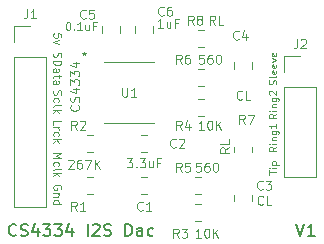
<source format=gbr>
%TF.GenerationSoftware,KiCad,Pcbnew,(6.0.7)*%
%TF.CreationDate,2023-03-18T19:29:26-05:00*%
%TF.ProjectId,CS4334Breakout,43533433-3334-4427-9265-616b6f75742e,rev?*%
%TF.SameCoordinates,Original*%
%TF.FileFunction,Legend,Top*%
%TF.FilePolarity,Positive*%
%FSLAX46Y46*%
G04 Gerber Fmt 4.6, Leading zero omitted, Abs format (unit mm)*
G04 Created by KiCad (PCBNEW (6.0.7)) date 2023-03-18 19:29:26*
%MOMM*%
%LPD*%
G01*
G04 APERTURE LIST*
%ADD10C,0.177800*%
%ADD11C,0.078740*%
%ADD12C,0.088900*%
%ADD13C,0.101600*%
%ADD14C,0.120000*%
G04 APERTURE END LIST*
D10*
X177485523Y-111965619D02*
X177824190Y-112981619D01*
X178162857Y-111965619D01*
X179033714Y-112981619D02*
X178453142Y-112981619D01*
X178743428Y-112981619D02*
X178743428Y-111965619D01*
X178646666Y-112110761D01*
X178549904Y-112207523D01*
X178453142Y-112255904D01*
X153766761Y-112884857D02*
X153718380Y-112933238D01*
X153573238Y-112981619D01*
X153476476Y-112981619D01*
X153331333Y-112933238D01*
X153234571Y-112836476D01*
X153186190Y-112739714D01*
X153137809Y-112546190D01*
X153137809Y-112401047D01*
X153186190Y-112207523D01*
X153234571Y-112110761D01*
X153331333Y-112014000D01*
X153476476Y-111965619D01*
X153573238Y-111965619D01*
X153718380Y-112014000D01*
X153766761Y-112062380D01*
X154153809Y-112933238D02*
X154298952Y-112981619D01*
X154540857Y-112981619D01*
X154637619Y-112933238D01*
X154686000Y-112884857D01*
X154734380Y-112788095D01*
X154734380Y-112691333D01*
X154686000Y-112594571D01*
X154637619Y-112546190D01*
X154540857Y-112497809D01*
X154347333Y-112449428D01*
X154250571Y-112401047D01*
X154202190Y-112352666D01*
X154153809Y-112255904D01*
X154153809Y-112159142D01*
X154202190Y-112062380D01*
X154250571Y-112014000D01*
X154347333Y-111965619D01*
X154589238Y-111965619D01*
X154734380Y-112014000D01*
X155605238Y-112304285D02*
X155605238Y-112981619D01*
X155363333Y-111917238D02*
X155121428Y-112642952D01*
X155750380Y-112642952D01*
X156040666Y-111965619D02*
X156669619Y-111965619D01*
X156330952Y-112352666D01*
X156476095Y-112352666D01*
X156572857Y-112401047D01*
X156621238Y-112449428D01*
X156669619Y-112546190D01*
X156669619Y-112788095D01*
X156621238Y-112884857D01*
X156572857Y-112933238D01*
X156476095Y-112981619D01*
X156185809Y-112981619D01*
X156089047Y-112933238D01*
X156040666Y-112884857D01*
X157008285Y-111965619D02*
X157637238Y-111965619D01*
X157298571Y-112352666D01*
X157443714Y-112352666D01*
X157540476Y-112401047D01*
X157588857Y-112449428D01*
X157637238Y-112546190D01*
X157637238Y-112788095D01*
X157588857Y-112884857D01*
X157540476Y-112933238D01*
X157443714Y-112981619D01*
X157153428Y-112981619D01*
X157056666Y-112933238D01*
X157008285Y-112884857D01*
X158508095Y-112304285D02*
X158508095Y-112981619D01*
X158266190Y-111917238D02*
X158024285Y-112642952D01*
X158653238Y-112642952D01*
X159814380Y-112981619D02*
X159814380Y-111965619D01*
X160249809Y-112062380D02*
X160298190Y-112014000D01*
X160394952Y-111965619D01*
X160636857Y-111965619D01*
X160733619Y-112014000D01*
X160782000Y-112062380D01*
X160830380Y-112159142D01*
X160830380Y-112255904D01*
X160782000Y-112401047D01*
X160201428Y-112981619D01*
X160830380Y-112981619D01*
X161217428Y-112933238D02*
X161362571Y-112981619D01*
X161604476Y-112981619D01*
X161701238Y-112933238D01*
X161749619Y-112884857D01*
X161798000Y-112788095D01*
X161798000Y-112691333D01*
X161749619Y-112594571D01*
X161701238Y-112546190D01*
X161604476Y-112497809D01*
X161410952Y-112449428D01*
X161314190Y-112401047D01*
X161265809Y-112352666D01*
X161217428Y-112255904D01*
X161217428Y-112159142D01*
X161265809Y-112062380D01*
X161314190Y-112014000D01*
X161410952Y-111965619D01*
X161652857Y-111965619D01*
X161798000Y-112014000D01*
X163007523Y-112981619D02*
X163007523Y-111965619D01*
X163249428Y-111965619D01*
X163394571Y-112014000D01*
X163491333Y-112110761D01*
X163539714Y-112207523D01*
X163588095Y-112401047D01*
X163588095Y-112546190D01*
X163539714Y-112739714D01*
X163491333Y-112836476D01*
X163394571Y-112933238D01*
X163249428Y-112981619D01*
X163007523Y-112981619D01*
X164458952Y-112981619D02*
X164458952Y-112449428D01*
X164410571Y-112352666D01*
X164313809Y-112304285D01*
X164120285Y-112304285D01*
X164023523Y-112352666D01*
X164458952Y-112933238D02*
X164362190Y-112981619D01*
X164120285Y-112981619D01*
X164023523Y-112933238D01*
X163975142Y-112836476D01*
X163975142Y-112739714D01*
X164023523Y-112642952D01*
X164120285Y-112594571D01*
X164362190Y-112594571D01*
X164458952Y-112546190D01*
X165378190Y-112933238D02*
X165281428Y-112981619D01*
X165087904Y-112981619D01*
X164991142Y-112933238D01*
X164942761Y-112884857D01*
X164894380Y-112788095D01*
X164894380Y-112497809D01*
X164942761Y-112401047D01*
X164991142Y-112352666D01*
X165087904Y-112304285D01*
X165281428Y-112304285D01*
X165378190Y-112352666D01*
D11*
X175760742Y-100155828D02*
X175789771Y-100068742D01*
X175789771Y-99923600D01*
X175760742Y-99865542D01*
X175731714Y-99836514D01*
X175673657Y-99807485D01*
X175615600Y-99807485D01*
X175557542Y-99836514D01*
X175528514Y-99865542D01*
X175499485Y-99923600D01*
X175470457Y-100039714D01*
X175441428Y-100097771D01*
X175412400Y-100126800D01*
X175354342Y-100155828D01*
X175296285Y-100155828D01*
X175238228Y-100126800D01*
X175209200Y-100097771D01*
X175180171Y-100039714D01*
X175180171Y-99894571D01*
X175209200Y-99807485D01*
X175789771Y-99459142D02*
X175760742Y-99517200D01*
X175702685Y-99546228D01*
X175180171Y-99546228D01*
X175760742Y-98994685D02*
X175789771Y-99052742D01*
X175789771Y-99168857D01*
X175760742Y-99226914D01*
X175702685Y-99255942D01*
X175470457Y-99255942D01*
X175412400Y-99226914D01*
X175383371Y-99168857D01*
X175383371Y-99052742D01*
X175412400Y-98994685D01*
X175470457Y-98965657D01*
X175528514Y-98965657D01*
X175586571Y-99255942D01*
X175760742Y-98472171D02*
X175789771Y-98530228D01*
X175789771Y-98646342D01*
X175760742Y-98704400D01*
X175702685Y-98733428D01*
X175470457Y-98733428D01*
X175412400Y-98704400D01*
X175383371Y-98646342D01*
X175383371Y-98530228D01*
X175412400Y-98472171D01*
X175470457Y-98443142D01*
X175528514Y-98443142D01*
X175586571Y-98733428D01*
X175383371Y-98239942D02*
X175789771Y-98094800D01*
X175383371Y-97949657D01*
X175760742Y-97485200D02*
X175789771Y-97543257D01*
X175789771Y-97659371D01*
X175760742Y-97717428D01*
X175702685Y-97746457D01*
X175470457Y-97746457D01*
X175412400Y-97717428D01*
X175383371Y-97659371D01*
X175383371Y-97543257D01*
X175412400Y-97485200D01*
X175470457Y-97456171D01*
X175528514Y-97456171D01*
X175586571Y-97746457D01*
X175789771Y-102652285D02*
X175499485Y-102855485D01*
X175789771Y-103000628D02*
X175180171Y-103000628D01*
X175180171Y-102768400D01*
X175209200Y-102710342D01*
X175238228Y-102681314D01*
X175296285Y-102652285D01*
X175383371Y-102652285D01*
X175441428Y-102681314D01*
X175470457Y-102710342D01*
X175499485Y-102768400D01*
X175499485Y-103000628D01*
X175789771Y-102391028D02*
X175383371Y-102391028D01*
X175180171Y-102391028D02*
X175209200Y-102420057D01*
X175238228Y-102391028D01*
X175209200Y-102362000D01*
X175180171Y-102391028D01*
X175238228Y-102391028D01*
X175383371Y-102100742D02*
X175789771Y-102100742D01*
X175441428Y-102100742D02*
X175412400Y-102071714D01*
X175383371Y-102013657D01*
X175383371Y-101926571D01*
X175412400Y-101868514D01*
X175470457Y-101839485D01*
X175789771Y-101839485D01*
X175383371Y-101287942D02*
X175876857Y-101287942D01*
X175934914Y-101316971D01*
X175963942Y-101346000D01*
X175992971Y-101404057D01*
X175992971Y-101491142D01*
X175963942Y-101549200D01*
X175760742Y-101287942D02*
X175789771Y-101346000D01*
X175789771Y-101462114D01*
X175760742Y-101520171D01*
X175731714Y-101549200D01*
X175673657Y-101578228D01*
X175499485Y-101578228D01*
X175441428Y-101549200D01*
X175412400Y-101520171D01*
X175383371Y-101462114D01*
X175383371Y-101346000D01*
X175412400Y-101287942D01*
X175238228Y-101026685D02*
X175209200Y-100997657D01*
X175180171Y-100939600D01*
X175180171Y-100794457D01*
X175209200Y-100736400D01*
X175238228Y-100707371D01*
X175296285Y-100678342D01*
X175354342Y-100678342D01*
X175441428Y-100707371D01*
X175789771Y-101055714D01*
X175789771Y-100678342D01*
X175789771Y-105446285D02*
X175499485Y-105649485D01*
X175789771Y-105794628D02*
X175180171Y-105794628D01*
X175180171Y-105562400D01*
X175209200Y-105504342D01*
X175238228Y-105475314D01*
X175296285Y-105446285D01*
X175383371Y-105446285D01*
X175441428Y-105475314D01*
X175470457Y-105504342D01*
X175499485Y-105562400D01*
X175499485Y-105794628D01*
X175789771Y-105185028D02*
X175383371Y-105185028D01*
X175180171Y-105185028D02*
X175209200Y-105214057D01*
X175238228Y-105185028D01*
X175209200Y-105156000D01*
X175180171Y-105185028D01*
X175238228Y-105185028D01*
X175383371Y-104894742D02*
X175789771Y-104894742D01*
X175441428Y-104894742D02*
X175412400Y-104865714D01*
X175383371Y-104807657D01*
X175383371Y-104720571D01*
X175412400Y-104662514D01*
X175470457Y-104633485D01*
X175789771Y-104633485D01*
X175383371Y-104081942D02*
X175876857Y-104081942D01*
X175934914Y-104110971D01*
X175963942Y-104140000D01*
X175992971Y-104198057D01*
X175992971Y-104285142D01*
X175963942Y-104343200D01*
X175760742Y-104081942D02*
X175789771Y-104140000D01*
X175789771Y-104256114D01*
X175760742Y-104314171D01*
X175731714Y-104343200D01*
X175673657Y-104372228D01*
X175499485Y-104372228D01*
X175441428Y-104343200D01*
X175412400Y-104314171D01*
X175383371Y-104256114D01*
X175383371Y-104140000D01*
X175412400Y-104081942D01*
X175789771Y-103472342D02*
X175789771Y-103820685D01*
X175789771Y-103646514D02*
X175180171Y-103646514D01*
X175267257Y-103704571D01*
X175325314Y-103762628D01*
X175354342Y-103820685D01*
X175180171Y-107783085D02*
X175180171Y-107434742D01*
X175789771Y-107608914D02*
X175180171Y-107608914D01*
X175789771Y-107231542D02*
X175383371Y-107231542D01*
X175180171Y-107231542D02*
X175209200Y-107260571D01*
X175238228Y-107231542D01*
X175209200Y-107202514D01*
X175180171Y-107231542D01*
X175238228Y-107231542D01*
X175383371Y-106941257D02*
X175992971Y-106941257D01*
X175412400Y-106941257D02*
X175383371Y-106883200D01*
X175383371Y-106767085D01*
X175412400Y-106709028D01*
X175441428Y-106680000D01*
X175499485Y-106650971D01*
X175673657Y-106650971D01*
X175731714Y-106680000D01*
X175760742Y-106709028D01*
X175789771Y-106767085D01*
X175789771Y-106883200D01*
X175760742Y-106941257D01*
D12*
X157568900Y-109033128D02*
X157601557Y-108967814D01*
X157601557Y-108869842D01*
X157568900Y-108771871D01*
X157503585Y-108706557D01*
X157438271Y-108673900D01*
X157307642Y-108641242D01*
X157209671Y-108641242D01*
X157079042Y-108673900D01*
X157013728Y-108706557D01*
X156948414Y-108771871D01*
X156915757Y-108869842D01*
X156915757Y-108935157D01*
X156948414Y-109033128D01*
X156981071Y-109065785D01*
X157209671Y-109065785D01*
X157209671Y-108935157D01*
X157372957Y-109359700D02*
X156915757Y-109359700D01*
X157307642Y-109359700D02*
X157340300Y-109392357D01*
X157372957Y-109457671D01*
X157372957Y-109555642D01*
X157340300Y-109620957D01*
X157274985Y-109653614D01*
X156915757Y-109653614D01*
X156915757Y-110274100D02*
X157601557Y-110274100D01*
X156948414Y-110274100D02*
X156915757Y-110208785D01*
X156915757Y-110078157D01*
X156948414Y-110012842D01*
X156981071Y-109980185D01*
X157046385Y-109947528D01*
X157242328Y-109947528D01*
X157307642Y-109980185D01*
X157340300Y-110012842D01*
X157372957Y-110078157D01*
X157372957Y-110208785D01*
X157340300Y-110274100D01*
X156915757Y-105954285D02*
X157601557Y-105954285D01*
X157111700Y-106182885D01*
X157601557Y-106411485D01*
X156915757Y-106411485D01*
X156948414Y-107031971D02*
X156915757Y-106966657D01*
X156915757Y-106836028D01*
X156948414Y-106770714D01*
X156981071Y-106738057D01*
X157046385Y-106705400D01*
X157242328Y-106705400D01*
X157307642Y-106738057D01*
X157340300Y-106770714D01*
X157372957Y-106836028D01*
X157372957Y-106966657D01*
X157340300Y-107031971D01*
X156915757Y-107423857D02*
X156948414Y-107358542D01*
X157013728Y-107325885D01*
X157601557Y-107325885D01*
X156915757Y-107685114D02*
X157601557Y-107685114D01*
X157177014Y-107750428D02*
X156915757Y-107946371D01*
X157372957Y-107946371D02*
X157111700Y-107685114D01*
X156915757Y-103568500D02*
X156915757Y-103241928D01*
X157601557Y-103241928D01*
X156915757Y-103797100D02*
X157372957Y-103797100D01*
X157242328Y-103797100D02*
X157307642Y-103829757D01*
X157340300Y-103862414D01*
X157372957Y-103927728D01*
X157372957Y-103993042D01*
X156948414Y-104515557D02*
X156915757Y-104450242D01*
X156915757Y-104319614D01*
X156948414Y-104254300D01*
X156981071Y-104221642D01*
X157046385Y-104188985D01*
X157242328Y-104188985D01*
X157307642Y-104221642D01*
X157340300Y-104254300D01*
X157372957Y-104319614D01*
X157372957Y-104450242D01*
X157340300Y-104515557D01*
X156915757Y-104809471D02*
X157601557Y-104809471D01*
X157177014Y-104874785D02*
X156915757Y-105070728D01*
X157372957Y-105070728D02*
X157111700Y-104809471D01*
X156948414Y-100652942D02*
X156915757Y-100750914D01*
X156915757Y-100914200D01*
X156948414Y-100979514D01*
X156981071Y-101012171D01*
X157046385Y-101044828D01*
X157111700Y-101044828D01*
X157177014Y-101012171D01*
X157209671Y-100979514D01*
X157242328Y-100914200D01*
X157274985Y-100783571D01*
X157307642Y-100718257D01*
X157340300Y-100685600D01*
X157405614Y-100652942D01*
X157470928Y-100652942D01*
X157536242Y-100685600D01*
X157568900Y-100718257D01*
X157601557Y-100783571D01*
X157601557Y-100946857D01*
X157568900Y-101044828D01*
X156948414Y-101632657D02*
X156915757Y-101567342D01*
X156915757Y-101436714D01*
X156948414Y-101371400D01*
X156981071Y-101338742D01*
X157046385Y-101306085D01*
X157242328Y-101306085D01*
X157307642Y-101338742D01*
X157340300Y-101371400D01*
X157372957Y-101436714D01*
X157372957Y-101567342D01*
X157340300Y-101632657D01*
X156915757Y-102024542D02*
X156948414Y-101959228D01*
X157013728Y-101926571D01*
X157601557Y-101926571D01*
X156915757Y-102285800D02*
X157601557Y-102285800D01*
X157177014Y-102351114D02*
X156915757Y-102547057D01*
X157372957Y-102547057D02*
X157111700Y-102285800D01*
X156948414Y-97450728D02*
X156915757Y-97548700D01*
X156915757Y-97711985D01*
X156948414Y-97777300D01*
X156981071Y-97809957D01*
X157046385Y-97842614D01*
X157111700Y-97842614D01*
X157177014Y-97809957D01*
X157209671Y-97777300D01*
X157242328Y-97711985D01*
X157274985Y-97581357D01*
X157307642Y-97516042D01*
X157340300Y-97483385D01*
X157405614Y-97450728D01*
X157470928Y-97450728D01*
X157536242Y-97483385D01*
X157568900Y-97516042D01*
X157601557Y-97581357D01*
X157601557Y-97744642D01*
X157568900Y-97842614D01*
X156915757Y-98136528D02*
X157601557Y-98136528D01*
X157601557Y-98299814D01*
X157568900Y-98397785D01*
X157503585Y-98463100D01*
X157438271Y-98495757D01*
X157307642Y-98528414D01*
X157209671Y-98528414D01*
X157079042Y-98495757D01*
X157013728Y-98463100D01*
X156948414Y-98397785D01*
X156915757Y-98299814D01*
X156915757Y-98136528D01*
X156915757Y-99116242D02*
X157274985Y-99116242D01*
X157340300Y-99083585D01*
X157372957Y-99018271D01*
X157372957Y-98887642D01*
X157340300Y-98822328D01*
X156948414Y-99116242D02*
X156915757Y-99050928D01*
X156915757Y-98887642D01*
X156948414Y-98822328D01*
X157013728Y-98789671D01*
X157079042Y-98789671D01*
X157144357Y-98822328D01*
X157177014Y-98887642D01*
X157177014Y-99050928D01*
X157209671Y-99116242D01*
X157372957Y-99344842D02*
X157372957Y-99606100D01*
X157601557Y-99442814D02*
X157013728Y-99442814D01*
X156948414Y-99475471D01*
X156915757Y-99540785D01*
X156915757Y-99606100D01*
X156915757Y-100128614D02*
X157274985Y-100128614D01*
X157340300Y-100095957D01*
X157372957Y-100030642D01*
X157372957Y-99900014D01*
X157340300Y-99834700D01*
X156948414Y-100128614D02*
X156915757Y-100063300D01*
X156915757Y-99900014D01*
X156948414Y-99834700D01*
X157013728Y-99802042D01*
X157079042Y-99802042D01*
X157144357Y-99834700D01*
X157177014Y-99900014D01*
X157177014Y-100063300D01*
X157209671Y-100128614D01*
X157601557Y-96168028D02*
X157601557Y-95841457D01*
X157274985Y-95808800D01*
X157307642Y-95841457D01*
X157340300Y-95906771D01*
X157340300Y-96070057D01*
X157307642Y-96135371D01*
X157274985Y-96168028D01*
X157209671Y-96200685D01*
X157046385Y-96200685D01*
X156981071Y-96168028D01*
X156948414Y-96135371D01*
X156915757Y-96070057D01*
X156915757Y-95906771D01*
X156948414Y-95841457D01*
X156981071Y-95808800D01*
X157372957Y-96429285D02*
X156915757Y-96592571D01*
X157372957Y-96755857D01*
D13*
%TO.C,U1*%
X162741428Y-100420714D02*
X162741428Y-101037571D01*
X162777714Y-101110142D01*
X162814000Y-101146428D01*
X162886571Y-101182714D01*
X163031714Y-101182714D01*
X163104285Y-101146428D01*
X163140571Y-101110142D01*
X163176857Y-101037571D01*
X163176857Y-100420714D01*
X163938857Y-101182714D02*
X163503428Y-101182714D01*
X163721142Y-101182714D02*
X163721142Y-100420714D01*
X163648571Y-100529571D01*
X163576000Y-100602142D01*
X163503428Y-100638428D01*
X159022142Y-101908428D02*
X159058428Y-101944714D01*
X159094714Y-102053571D01*
X159094714Y-102126142D01*
X159058428Y-102235000D01*
X158985857Y-102307571D01*
X158913285Y-102343857D01*
X158768142Y-102380142D01*
X158659285Y-102380142D01*
X158514142Y-102343857D01*
X158441571Y-102307571D01*
X158369000Y-102235000D01*
X158332714Y-102126142D01*
X158332714Y-102053571D01*
X158369000Y-101944714D01*
X158405285Y-101908428D01*
X159058428Y-101618142D02*
X159094714Y-101509285D01*
X159094714Y-101327857D01*
X159058428Y-101255285D01*
X159022142Y-101219000D01*
X158949571Y-101182714D01*
X158877000Y-101182714D01*
X158804428Y-101219000D01*
X158768142Y-101255285D01*
X158731857Y-101327857D01*
X158695571Y-101473000D01*
X158659285Y-101545571D01*
X158623000Y-101581857D01*
X158550428Y-101618142D01*
X158477857Y-101618142D01*
X158405285Y-101581857D01*
X158369000Y-101545571D01*
X158332714Y-101473000D01*
X158332714Y-101291571D01*
X158369000Y-101182714D01*
X158586714Y-100529571D02*
X159094714Y-100529571D01*
X158296428Y-100711000D02*
X158840714Y-100892428D01*
X158840714Y-100420714D01*
X158332714Y-100203000D02*
X158332714Y-99731285D01*
X158623000Y-99985285D01*
X158623000Y-99876428D01*
X158659285Y-99803857D01*
X158695571Y-99767571D01*
X158768142Y-99731285D01*
X158949571Y-99731285D01*
X159022142Y-99767571D01*
X159058428Y-99803857D01*
X159094714Y-99876428D01*
X159094714Y-100094142D01*
X159058428Y-100166714D01*
X159022142Y-100203000D01*
X158332714Y-99477285D02*
X158332714Y-99005571D01*
X158623000Y-99259571D01*
X158623000Y-99150714D01*
X158659285Y-99078142D01*
X158695571Y-99041857D01*
X158768142Y-99005571D01*
X158949571Y-99005571D01*
X159022142Y-99041857D01*
X159058428Y-99078142D01*
X159094714Y-99150714D01*
X159094714Y-99368428D01*
X159058428Y-99441000D01*
X159022142Y-99477285D01*
X158586714Y-98352428D02*
X159094714Y-98352428D01*
X158296428Y-98533857D02*
X158840714Y-98715285D01*
X158840714Y-98243571D01*
X159512000Y-97372714D02*
X159512000Y-97554142D01*
X159330571Y-97481571D02*
X159512000Y-97554142D01*
X159693428Y-97481571D01*
X159403142Y-97699285D02*
X159512000Y-97554142D01*
X159620857Y-97699285D01*
X159512000Y-97372714D02*
X159512000Y-97554142D01*
X159330571Y-97481571D02*
X159512000Y-97554142D01*
X159693428Y-97481571D01*
X159403142Y-97699285D02*
X159512000Y-97554142D01*
X159620857Y-97699285D01*
%TO.C,R8*%
X168783000Y-95086714D02*
X168529000Y-94723857D01*
X168347571Y-95086714D02*
X168347571Y-94324714D01*
X168637857Y-94324714D01*
X168710428Y-94361000D01*
X168746714Y-94397285D01*
X168783000Y-94469857D01*
X168783000Y-94578714D01*
X168746714Y-94651285D01*
X168710428Y-94687571D01*
X168637857Y-94723857D01*
X168347571Y-94723857D01*
X169218428Y-94651285D02*
X169145857Y-94615000D01*
X169109571Y-94578714D01*
X169073285Y-94506142D01*
X169073285Y-94469857D01*
X169109571Y-94397285D01*
X169145857Y-94361000D01*
X169218428Y-94324714D01*
X169363571Y-94324714D01*
X169436142Y-94361000D01*
X169472428Y-94397285D01*
X169508714Y-94469857D01*
X169508714Y-94506142D01*
X169472428Y-94578714D01*
X169436142Y-94615000D01*
X169363571Y-94651285D01*
X169218428Y-94651285D01*
X169145857Y-94687571D01*
X169109571Y-94723857D01*
X169073285Y-94796428D01*
X169073285Y-94941571D01*
X169109571Y-95014142D01*
X169145857Y-95050428D01*
X169218428Y-95086714D01*
X169363571Y-95086714D01*
X169436142Y-95050428D01*
X169472428Y-95014142D01*
X169508714Y-94941571D01*
X169508714Y-94796428D01*
X169472428Y-94723857D01*
X169436142Y-94687571D01*
X169363571Y-94651285D01*
X170615428Y-95086714D02*
X170361428Y-94723857D01*
X170180000Y-95086714D02*
X170180000Y-94324714D01*
X170470285Y-94324714D01*
X170542857Y-94361000D01*
X170579142Y-94397285D01*
X170615428Y-94469857D01*
X170615428Y-94578714D01*
X170579142Y-94651285D01*
X170542857Y-94687571D01*
X170470285Y-94723857D01*
X170180000Y-94723857D01*
X171304857Y-95086714D02*
X170942000Y-95086714D01*
X170942000Y-94324714D01*
%TO.C,R7*%
X173101000Y-103468714D02*
X172847000Y-103105857D01*
X172665571Y-103468714D02*
X172665571Y-102706714D01*
X172955857Y-102706714D01*
X173028428Y-102743000D01*
X173064714Y-102779285D01*
X173101000Y-102851857D01*
X173101000Y-102960714D01*
X173064714Y-103033285D01*
X173028428Y-103069571D01*
X172955857Y-103105857D01*
X172665571Y-103105857D01*
X173355000Y-102706714D02*
X173863000Y-102706714D01*
X173536428Y-103468714D01*
X171794714Y-105482571D02*
X171431857Y-105736571D01*
X171794714Y-105918000D02*
X171032714Y-105918000D01*
X171032714Y-105627714D01*
X171069000Y-105555142D01*
X171105285Y-105518857D01*
X171177857Y-105482571D01*
X171286714Y-105482571D01*
X171359285Y-105518857D01*
X171395571Y-105555142D01*
X171431857Y-105627714D01*
X171431857Y-105918000D01*
X171794714Y-104793142D02*
X171794714Y-105156000D01*
X171032714Y-105156000D01*
%TO.C,R6*%
X167767000Y-98388714D02*
X167513000Y-98025857D01*
X167331571Y-98388714D02*
X167331571Y-97626714D01*
X167621857Y-97626714D01*
X167694428Y-97663000D01*
X167730714Y-97699285D01*
X167767000Y-97771857D01*
X167767000Y-97880714D01*
X167730714Y-97953285D01*
X167694428Y-97989571D01*
X167621857Y-98025857D01*
X167331571Y-98025857D01*
X168420142Y-97626714D02*
X168275000Y-97626714D01*
X168202428Y-97663000D01*
X168166142Y-97699285D01*
X168093571Y-97808142D01*
X168057285Y-97953285D01*
X168057285Y-98243571D01*
X168093571Y-98316142D01*
X168129857Y-98352428D01*
X168202428Y-98388714D01*
X168347571Y-98388714D01*
X168420142Y-98352428D01*
X168456428Y-98316142D01*
X168492714Y-98243571D01*
X168492714Y-98062142D01*
X168456428Y-97989571D01*
X168420142Y-97953285D01*
X168347571Y-97917000D01*
X168202428Y-97917000D01*
X168129857Y-97953285D01*
X168093571Y-97989571D01*
X168057285Y-98062142D01*
X169635714Y-97626714D02*
X169272857Y-97626714D01*
X169236571Y-97989571D01*
X169272857Y-97953285D01*
X169345428Y-97917000D01*
X169526857Y-97917000D01*
X169599428Y-97953285D01*
X169635714Y-97989571D01*
X169672000Y-98062142D01*
X169672000Y-98243571D01*
X169635714Y-98316142D01*
X169599428Y-98352428D01*
X169526857Y-98388714D01*
X169345428Y-98388714D01*
X169272857Y-98352428D01*
X169236571Y-98316142D01*
X170325142Y-97626714D02*
X170180000Y-97626714D01*
X170107428Y-97663000D01*
X170071142Y-97699285D01*
X169998571Y-97808142D01*
X169962285Y-97953285D01*
X169962285Y-98243571D01*
X169998571Y-98316142D01*
X170034857Y-98352428D01*
X170107428Y-98388714D01*
X170252571Y-98388714D01*
X170325142Y-98352428D01*
X170361428Y-98316142D01*
X170397714Y-98243571D01*
X170397714Y-98062142D01*
X170361428Y-97989571D01*
X170325142Y-97953285D01*
X170252571Y-97917000D01*
X170107428Y-97917000D01*
X170034857Y-97953285D01*
X169998571Y-97989571D01*
X169962285Y-98062142D01*
X170869428Y-97626714D02*
X170942000Y-97626714D01*
X171014571Y-97663000D01*
X171050857Y-97699285D01*
X171087142Y-97771857D01*
X171123428Y-97917000D01*
X171123428Y-98098428D01*
X171087142Y-98243571D01*
X171050857Y-98316142D01*
X171014571Y-98352428D01*
X170942000Y-98388714D01*
X170869428Y-98388714D01*
X170796857Y-98352428D01*
X170760571Y-98316142D01*
X170724285Y-98243571D01*
X170688000Y-98098428D01*
X170688000Y-97917000D01*
X170724285Y-97771857D01*
X170760571Y-97699285D01*
X170796857Y-97663000D01*
X170869428Y-97626714D01*
%TO.C,R5*%
X167767000Y-107532714D02*
X167513000Y-107169857D01*
X167331571Y-107532714D02*
X167331571Y-106770714D01*
X167621857Y-106770714D01*
X167694428Y-106807000D01*
X167730714Y-106843285D01*
X167767000Y-106915857D01*
X167767000Y-107024714D01*
X167730714Y-107097285D01*
X167694428Y-107133571D01*
X167621857Y-107169857D01*
X167331571Y-107169857D01*
X168456428Y-106770714D02*
X168093571Y-106770714D01*
X168057285Y-107133571D01*
X168093571Y-107097285D01*
X168166142Y-107061000D01*
X168347571Y-107061000D01*
X168420142Y-107097285D01*
X168456428Y-107133571D01*
X168492714Y-107206142D01*
X168492714Y-107387571D01*
X168456428Y-107460142D01*
X168420142Y-107496428D01*
X168347571Y-107532714D01*
X168166142Y-107532714D01*
X168093571Y-107496428D01*
X168057285Y-107460142D01*
X169381714Y-106770714D02*
X169018857Y-106770714D01*
X168982571Y-107133571D01*
X169018857Y-107097285D01*
X169091428Y-107061000D01*
X169272857Y-107061000D01*
X169345428Y-107097285D01*
X169381714Y-107133571D01*
X169418000Y-107206142D01*
X169418000Y-107387571D01*
X169381714Y-107460142D01*
X169345428Y-107496428D01*
X169272857Y-107532714D01*
X169091428Y-107532714D01*
X169018857Y-107496428D01*
X168982571Y-107460142D01*
X170071142Y-106770714D02*
X169926000Y-106770714D01*
X169853428Y-106807000D01*
X169817142Y-106843285D01*
X169744571Y-106952142D01*
X169708285Y-107097285D01*
X169708285Y-107387571D01*
X169744571Y-107460142D01*
X169780857Y-107496428D01*
X169853428Y-107532714D01*
X169998571Y-107532714D01*
X170071142Y-107496428D01*
X170107428Y-107460142D01*
X170143714Y-107387571D01*
X170143714Y-107206142D01*
X170107428Y-107133571D01*
X170071142Y-107097285D01*
X169998571Y-107061000D01*
X169853428Y-107061000D01*
X169780857Y-107097285D01*
X169744571Y-107133571D01*
X169708285Y-107206142D01*
X170615428Y-106770714D02*
X170688000Y-106770714D01*
X170760571Y-106807000D01*
X170796857Y-106843285D01*
X170833142Y-106915857D01*
X170869428Y-107061000D01*
X170869428Y-107242428D01*
X170833142Y-107387571D01*
X170796857Y-107460142D01*
X170760571Y-107496428D01*
X170688000Y-107532714D01*
X170615428Y-107532714D01*
X170542857Y-107496428D01*
X170506571Y-107460142D01*
X170470285Y-107387571D01*
X170434000Y-107242428D01*
X170434000Y-107061000D01*
X170470285Y-106915857D01*
X170506571Y-106843285D01*
X170542857Y-106807000D01*
X170615428Y-106770714D01*
%TO.C,R4*%
X167767000Y-103976714D02*
X167513000Y-103613857D01*
X167331571Y-103976714D02*
X167331571Y-103214714D01*
X167621857Y-103214714D01*
X167694428Y-103251000D01*
X167730714Y-103287285D01*
X167767000Y-103359857D01*
X167767000Y-103468714D01*
X167730714Y-103541285D01*
X167694428Y-103577571D01*
X167621857Y-103613857D01*
X167331571Y-103613857D01*
X168420142Y-103468714D02*
X168420142Y-103976714D01*
X168238714Y-103178428D02*
X168057285Y-103722714D01*
X168529000Y-103722714D01*
X169653857Y-103976714D02*
X169218428Y-103976714D01*
X169436142Y-103976714D02*
X169436142Y-103214714D01*
X169363571Y-103323571D01*
X169291000Y-103396142D01*
X169218428Y-103432428D01*
X170125571Y-103214714D02*
X170198142Y-103214714D01*
X170270714Y-103251000D01*
X170307000Y-103287285D01*
X170343285Y-103359857D01*
X170379571Y-103505000D01*
X170379571Y-103686428D01*
X170343285Y-103831571D01*
X170307000Y-103904142D01*
X170270714Y-103940428D01*
X170198142Y-103976714D01*
X170125571Y-103976714D01*
X170053000Y-103940428D01*
X170016714Y-103904142D01*
X169980428Y-103831571D01*
X169944142Y-103686428D01*
X169944142Y-103505000D01*
X169980428Y-103359857D01*
X170016714Y-103287285D01*
X170053000Y-103251000D01*
X170125571Y-103214714D01*
X170706142Y-103976714D02*
X170706142Y-103214714D01*
X171141571Y-103976714D02*
X170815000Y-103541285D01*
X171141571Y-103214714D02*
X170706142Y-103650142D01*
%TO.C,R3*%
X167513000Y-113120714D02*
X167259000Y-112757857D01*
X167077571Y-113120714D02*
X167077571Y-112358714D01*
X167367857Y-112358714D01*
X167440428Y-112395000D01*
X167476714Y-112431285D01*
X167513000Y-112503857D01*
X167513000Y-112612714D01*
X167476714Y-112685285D01*
X167440428Y-112721571D01*
X167367857Y-112757857D01*
X167077571Y-112757857D01*
X167767000Y-112358714D02*
X168238714Y-112358714D01*
X167984714Y-112649000D01*
X168093571Y-112649000D01*
X168166142Y-112685285D01*
X168202428Y-112721571D01*
X168238714Y-112794142D01*
X168238714Y-112975571D01*
X168202428Y-113048142D01*
X168166142Y-113084428D01*
X168093571Y-113120714D01*
X167875857Y-113120714D01*
X167803285Y-113084428D01*
X167767000Y-113048142D01*
X169399857Y-113120714D02*
X168964428Y-113120714D01*
X169182142Y-113120714D02*
X169182142Y-112358714D01*
X169109571Y-112467571D01*
X169037000Y-112540142D01*
X168964428Y-112576428D01*
X169871571Y-112358714D02*
X169944142Y-112358714D01*
X170016714Y-112395000D01*
X170053000Y-112431285D01*
X170089285Y-112503857D01*
X170125571Y-112649000D01*
X170125571Y-112830428D01*
X170089285Y-112975571D01*
X170053000Y-113048142D01*
X170016714Y-113084428D01*
X169944142Y-113120714D01*
X169871571Y-113120714D01*
X169799000Y-113084428D01*
X169762714Y-113048142D01*
X169726428Y-112975571D01*
X169690142Y-112830428D01*
X169690142Y-112649000D01*
X169726428Y-112503857D01*
X169762714Y-112431285D01*
X169799000Y-112395000D01*
X169871571Y-112358714D01*
X170452142Y-113120714D02*
X170452142Y-112358714D01*
X170887571Y-113120714D02*
X170561000Y-112685285D01*
X170887571Y-112358714D02*
X170452142Y-112794142D01*
%TO.C,R2*%
X158877000Y-103976714D02*
X158623000Y-103613857D01*
X158441571Y-103976714D02*
X158441571Y-103214714D01*
X158731857Y-103214714D01*
X158804428Y-103251000D01*
X158840714Y-103287285D01*
X158877000Y-103359857D01*
X158877000Y-103468714D01*
X158840714Y-103541285D01*
X158804428Y-103577571D01*
X158731857Y-103613857D01*
X158441571Y-103613857D01*
X159167285Y-103287285D02*
X159203571Y-103251000D01*
X159276142Y-103214714D01*
X159457571Y-103214714D01*
X159530142Y-103251000D01*
X159566428Y-103287285D01*
X159602714Y-103359857D01*
X159602714Y-103432428D01*
X159566428Y-103541285D01*
X159131000Y-103976714D01*
X159602714Y-103976714D01*
%TO.C,R1*%
X158877000Y-110834714D02*
X158623000Y-110471857D01*
X158441571Y-110834714D02*
X158441571Y-110072714D01*
X158731857Y-110072714D01*
X158804428Y-110109000D01*
X158840714Y-110145285D01*
X158877000Y-110217857D01*
X158877000Y-110326714D01*
X158840714Y-110399285D01*
X158804428Y-110435571D01*
X158731857Y-110471857D01*
X158441571Y-110471857D01*
X159602714Y-110834714D02*
X159167285Y-110834714D01*
X159385000Y-110834714D02*
X159385000Y-110072714D01*
X159312428Y-110181571D01*
X159239857Y-110254142D01*
X159167285Y-110290428D01*
X158187571Y-106589285D02*
X158223857Y-106553000D01*
X158296428Y-106516714D01*
X158477857Y-106516714D01*
X158550428Y-106553000D01*
X158586714Y-106589285D01*
X158623000Y-106661857D01*
X158623000Y-106734428D01*
X158586714Y-106843285D01*
X158151285Y-107278714D01*
X158623000Y-107278714D01*
X159276142Y-106516714D02*
X159131000Y-106516714D01*
X159058428Y-106553000D01*
X159022142Y-106589285D01*
X158949571Y-106698142D01*
X158913285Y-106843285D01*
X158913285Y-107133571D01*
X158949571Y-107206142D01*
X158985857Y-107242428D01*
X159058428Y-107278714D01*
X159203571Y-107278714D01*
X159276142Y-107242428D01*
X159312428Y-107206142D01*
X159348714Y-107133571D01*
X159348714Y-106952142D01*
X159312428Y-106879571D01*
X159276142Y-106843285D01*
X159203571Y-106807000D01*
X159058428Y-106807000D01*
X158985857Y-106843285D01*
X158949571Y-106879571D01*
X158913285Y-106952142D01*
X159602714Y-106516714D02*
X160110714Y-106516714D01*
X159784142Y-107278714D01*
X160401000Y-107278714D02*
X160401000Y-106516714D01*
X160836428Y-107278714D02*
X160509857Y-106843285D01*
X160836428Y-106516714D02*
X160401000Y-106952142D01*
%TO.C,J2*%
X177546000Y-96312714D02*
X177546000Y-96857000D01*
X177509714Y-96965857D01*
X177437142Y-97038428D01*
X177328285Y-97074714D01*
X177255714Y-97074714D01*
X177872571Y-96385285D02*
X177908857Y-96349000D01*
X177981428Y-96312714D01*
X178162857Y-96312714D01*
X178235428Y-96349000D01*
X178271714Y-96385285D01*
X178308000Y-96457857D01*
X178308000Y-96530428D01*
X178271714Y-96639285D01*
X177836285Y-97074714D01*
X178308000Y-97074714D01*
%TO.C,J1*%
X154686000Y-93772714D02*
X154686000Y-94317000D01*
X154649714Y-94425857D01*
X154577142Y-94498428D01*
X154468285Y-94534714D01*
X154395714Y-94534714D01*
X155448000Y-94534714D02*
X155012571Y-94534714D01*
X155230285Y-94534714D02*
X155230285Y-93772714D01*
X155157714Y-93881571D01*
X155085142Y-93954142D01*
X155012571Y-93990428D01*
%TO.C,C6*%
X166243000Y-94252142D02*
X166206714Y-94288428D01*
X166097857Y-94324714D01*
X166025285Y-94324714D01*
X165916428Y-94288428D01*
X165843857Y-94215857D01*
X165807571Y-94143285D01*
X165771285Y-93998142D01*
X165771285Y-93889285D01*
X165807571Y-93744142D01*
X165843857Y-93671571D01*
X165916428Y-93599000D01*
X166025285Y-93562714D01*
X166097857Y-93562714D01*
X166206714Y-93599000D01*
X166243000Y-93635285D01*
X166896142Y-93562714D02*
X166751000Y-93562714D01*
X166678428Y-93599000D01*
X166642142Y-93635285D01*
X166569571Y-93744142D01*
X166533285Y-93889285D01*
X166533285Y-94179571D01*
X166569571Y-94252142D01*
X166605857Y-94288428D01*
X166678428Y-94324714D01*
X166823571Y-94324714D01*
X166896142Y-94288428D01*
X166932428Y-94252142D01*
X166968714Y-94179571D01*
X166968714Y-93998142D01*
X166932428Y-93925571D01*
X166896142Y-93889285D01*
X166823571Y-93853000D01*
X166678428Y-93853000D01*
X166605857Y-93889285D01*
X166569571Y-93925571D01*
X166533285Y-93998142D01*
X166170428Y-95340714D02*
X165735000Y-95340714D01*
X165952714Y-95340714D02*
X165952714Y-94578714D01*
X165880142Y-94687571D01*
X165807571Y-94760142D01*
X165735000Y-94796428D01*
X166823571Y-94832714D02*
X166823571Y-95340714D01*
X166497000Y-94832714D02*
X166497000Y-95231857D01*
X166533285Y-95304428D01*
X166605857Y-95340714D01*
X166714714Y-95340714D01*
X166787285Y-95304428D01*
X166823571Y-95268142D01*
X167440428Y-94941571D02*
X167186428Y-94941571D01*
X167186428Y-95340714D02*
X167186428Y-94578714D01*
X167549285Y-94578714D01*
%TO.C,C5*%
X159639000Y-94506142D02*
X159602714Y-94542428D01*
X159493857Y-94578714D01*
X159421285Y-94578714D01*
X159312428Y-94542428D01*
X159239857Y-94469857D01*
X159203571Y-94397285D01*
X159167285Y-94252142D01*
X159167285Y-94143285D01*
X159203571Y-93998142D01*
X159239857Y-93925571D01*
X159312428Y-93853000D01*
X159421285Y-93816714D01*
X159493857Y-93816714D01*
X159602714Y-93853000D01*
X159639000Y-93889285D01*
X160328428Y-93816714D02*
X159965571Y-93816714D01*
X159929285Y-94179571D01*
X159965571Y-94143285D01*
X160038142Y-94107000D01*
X160219571Y-94107000D01*
X160292142Y-94143285D01*
X160328428Y-94179571D01*
X160364714Y-94252142D01*
X160364714Y-94433571D01*
X160328428Y-94506142D01*
X160292142Y-94542428D01*
X160219571Y-94578714D01*
X160038142Y-94578714D01*
X159965571Y-94542428D01*
X159929285Y-94506142D01*
D12*
X158131328Y-94874442D02*
X158196642Y-94874442D01*
X158261957Y-94907100D01*
X158294614Y-94939757D01*
X158327271Y-95005071D01*
X158359928Y-95135700D01*
X158359928Y-95298985D01*
X158327271Y-95429614D01*
X158294614Y-95494928D01*
X158261957Y-95527585D01*
X158196642Y-95560242D01*
X158131328Y-95560242D01*
X158066014Y-95527585D01*
X158033357Y-95494928D01*
X158000700Y-95429614D01*
X157968042Y-95298985D01*
X157968042Y-95135700D01*
X158000700Y-95005071D01*
X158033357Y-94939757D01*
X158066014Y-94907100D01*
X158131328Y-94874442D01*
X158653842Y-95494928D02*
X158686500Y-95527585D01*
X158653842Y-95560242D01*
X158621185Y-95527585D01*
X158653842Y-95494928D01*
X158653842Y-95560242D01*
X159339642Y-95560242D02*
X158947757Y-95560242D01*
X159143700Y-95560242D02*
X159143700Y-94874442D01*
X159078385Y-94972414D01*
X159013071Y-95037728D01*
X158947757Y-95070385D01*
X159927471Y-95103042D02*
X159927471Y-95560242D01*
X159633557Y-95103042D02*
X159633557Y-95462271D01*
X159666214Y-95527585D01*
X159731528Y-95560242D01*
X159829500Y-95560242D01*
X159894814Y-95527585D01*
X159927471Y-95494928D01*
X160482642Y-95201014D02*
X160254042Y-95201014D01*
X160254042Y-95560242D02*
X160254042Y-94874442D01*
X160580614Y-94874442D01*
D13*
%TO.C,C4*%
X172593000Y-96284142D02*
X172556714Y-96320428D01*
X172447857Y-96356714D01*
X172375285Y-96356714D01*
X172266428Y-96320428D01*
X172193857Y-96247857D01*
X172157571Y-96175285D01*
X172121285Y-96030142D01*
X172121285Y-95921285D01*
X172157571Y-95776142D01*
X172193857Y-95703571D01*
X172266428Y-95631000D01*
X172375285Y-95594714D01*
X172447857Y-95594714D01*
X172556714Y-95631000D01*
X172593000Y-95667285D01*
X173246142Y-95848714D02*
X173246142Y-96356714D01*
X173064714Y-95558428D02*
X172883285Y-96102714D01*
X173355000Y-96102714D01*
X172901428Y-101364142D02*
X172865142Y-101400428D01*
X172756285Y-101436714D01*
X172683714Y-101436714D01*
X172574857Y-101400428D01*
X172502285Y-101327857D01*
X172466000Y-101255285D01*
X172429714Y-101110142D01*
X172429714Y-101001285D01*
X172466000Y-100856142D01*
X172502285Y-100783571D01*
X172574857Y-100711000D01*
X172683714Y-100674714D01*
X172756285Y-100674714D01*
X172865142Y-100711000D01*
X172901428Y-100747285D01*
X173590857Y-101436714D02*
X173228000Y-101436714D01*
X173228000Y-100674714D01*
%TO.C,C3*%
X174625000Y-108984142D02*
X174588714Y-109020428D01*
X174479857Y-109056714D01*
X174407285Y-109056714D01*
X174298428Y-109020428D01*
X174225857Y-108947857D01*
X174189571Y-108875285D01*
X174153285Y-108730142D01*
X174153285Y-108621285D01*
X174189571Y-108476142D01*
X174225857Y-108403571D01*
X174298428Y-108331000D01*
X174407285Y-108294714D01*
X174479857Y-108294714D01*
X174588714Y-108331000D01*
X174625000Y-108367285D01*
X174879000Y-108294714D02*
X175350714Y-108294714D01*
X175096714Y-108585000D01*
X175205571Y-108585000D01*
X175278142Y-108621285D01*
X175314428Y-108657571D01*
X175350714Y-108730142D01*
X175350714Y-108911571D01*
X175314428Y-108984142D01*
X175278142Y-109020428D01*
X175205571Y-109056714D01*
X174987857Y-109056714D01*
X174915285Y-109020428D01*
X174879000Y-108984142D01*
X174679428Y-110282894D02*
X174643142Y-110319180D01*
X174534285Y-110355466D01*
X174461714Y-110355466D01*
X174352857Y-110319180D01*
X174280285Y-110246609D01*
X174244000Y-110174037D01*
X174207714Y-110028894D01*
X174207714Y-109920037D01*
X174244000Y-109774894D01*
X174280285Y-109702323D01*
X174352857Y-109629752D01*
X174461714Y-109593466D01*
X174534285Y-109593466D01*
X174643142Y-109629752D01*
X174679428Y-109666037D01*
X175368857Y-110355466D02*
X175006000Y-110355466D01*
X175006000Y-109593466D01*
%TO.C,C2*%
X167259000Y-105428142D02*
X167222714Y-105464428D01*
X167113857Y-105500714D01*
X167041285Y-105500714D01*
X166932428Y-105464428D01*
X166859857Y-105391857D01*
X166823571Y-105319285D01*
X166787285Y-105174142D01*
X166787285Y-105065285D01*
X166823571Y-104920142D01*
X166859857Y-104847571D01*
X166932428Y-104775000D01*
X167041285Y-104738714D01*
X167113857Y-104738714D01*
X167222714Y-104775000D01*
X167259000Y-104811285D01*
X167549285Y-104811285D02*
X167585571Y-104775000D01*
X167658142Y-104738714D01*
X167839571Y-104738714D01*
X167912142Y-104775000D01*
X167948428Y-104811285D01*
X167984714Y-104883857D01*
X167984714Y-104956428D01*
X167948428Y-105065285D01*
X167513000Y-105500714D01*
X167984714Y-105500714D01*
X163122428Y-106418714D02*
X163594142Y-106418714D01*
X163340142Y-106709000D01*
X163449000Y-106709000D01*
X163521571Y-106745285D01*
X163557857Y-106781571D01*
X163594142Y-106854142D01*
X163594142Y-107035571D01*
X163557857Y-107108142D01*
X163521571Y-107144428D01*
X163449000Y-107180714D01*
X163231285Y-107180714D01*
X163158714Y-107144428D01*
X163122428Y-107108142D01*
X163920714Y-107108142D02*
X163957000Y-107144428D01*
X163920714Y-107180714D01*
X163884428Y-107144428D01*
X163920714Y-107108142D01*
X163920714Y-107180714D01*
X164211000Y-106418714D02*
X164682714Y-106418714D01*
X164428714Y-106709000D01*
X164537571Y-106709000D01*
X164610142Y-106745285D01*
X164646428Y-106781571D01*
X164682714Y-106854142D01*
X164682714Y-107035571D01*
X164646428Y-107108142D01*
X164610142Y-107144428D01*
X164537571Y-107180714D01*
X164319857Y-107180714D01*
X164247285Y-107144428D01*
X164211000Y-107108142D01*
X165335857Y-106672714D02*
X165335857Y-107180714D01*
X165009285Y-106672714D02*
X165009285Y-107071857D01*
X165045571Y-107144428D01*
X165118142Y-107180714D01*
X165227000Y-107180714D01*
X165299571Y-107144428D01*
X165335857Y-107108142D01*
X165952714Y-106781571D02*
X165698714Y-106781571D01*
X165698714Y-107180714D02*
X165698714Y-106418714D01*
X166061571Y-106418714D01*
%TO.C,C1*%
X164465000Y-110762142D02*
X164428714Y-110798428D01*
X164319857Y-110834714D01*
X164247285Y-110834714D01*
X164138428Y-110798428D01*
X164065857Y-110725857D01*
X164029571Y-110653285D01*
X163993285Y-110508142D01*
X163993285Y-110399285D01*
X164029571Y-110254142D01*
X164065857Y-110181571D01*
X164138428Y-110109000D01*
X164247285Y-110072714D01*
X164319857Y-110072714D01*
X164428714Y-110109000D01*
X164465000Y-110145285D01*
X165190714Y-110834714D02*
X164755285Y-110834714D01*
X164973000Y-110834714D02*
X164973000Y-110072714D01*
X164900428Y-110181571D01*
X164827857Y-110254142D01*
X164755285Y-110290428D01*
D14*
%TO.C,U1*%
X165404800Y-98259900D02*
X161239200Y-98259900D01*
X161239200Y-103416100D02*
X165404800Y-103416100D01*
%TO.C,R8*%
X169645064Y-95531000D02*
X169190936Y-95531000D01*
X169645064Y-97001000D02*
X169190936Y-97001000D01*
%TO.C,R7*%
X172239000Y-105891064D02*
X172239000Y-105436936D01*
X173709000Y-105891064D02*
X173709000Y-105436936D01*
%TO.C,R6*%
X169190936Y-98833000D02*
X169645064Y-98833000D01*
X169190936Y-100303000D02*
X169645064Y-100303000D01*
%TO.C,R5*%
X168936936Y-107977000D02*
X169391064Y-107977000D01*
X168936936Y-109447000D02*
X169391064Y-109447000D01*
%TO.C,R4*%
X169190936Y-101373000D02*
X169645064Y-101373000D01*
X169190936Y-102843000D02*
X169645064Y-102843000D01*
%TO.C,R3*%
X168936936Y-110263000D02*
X169391064Y-110263000D01*
X168936936Y-111733000D02*
X169391064Y-111733000D01*
%TO.C,R2*%
X160247064Y-105891000D02*
X159792936Y-105891000D01*
X160247064Y-104421000D02*
X159792936Y-104421000D01*
%TO.C,R1*%
X160247064Y-107977000D02*
X159792936Y-107977000D01*
X160247064Y-109447000D02*
X159792936Y-109447000D01*
%TO.C,J2*%
X179130000Y-100330000D02*
X179130000Y-108010000D01*
X176470000Y-99060000D02*
X176470000Y-97730000D01*
X176470000Y-108010000D02*
X179130000Y-108010000D01*
X176470000Y-100330000D02*
X179130000Y-100330000D01*
X176470000Y-97730000D02*
X177800000Y-97730000D01*
X176470000Y-100330000D02*
X176470000Y-108010000D01*
%TO.C,J1*%
X153610000Y-97790000D02*
X153610000Y-110550000D01*
X153610000Y-96520000D02*
X153610000Y-95190000D01*
X153610000Y-95190000D02*
X154940000Y-95190000D01*
X153610000Y-97790000D02*
X156270000Y-97790000D01*
X153610000Y-110550000D02*
X156270000Y-110550000D01*
X156270000Y-97790000D02*
X156270000Y-110550000D01*
%TO.C,C6*%
X163857000Y-95765252D02*
X163857000Y-95242748D01*
X165327000Y-95765252D02*
X165327000Y-95242748D01*
%TO.C,C5*%
X161063000Y-95765252D02*
X161063000Y-95242748D01*
X162533000Y-95765252D02*
X162533000Y-95242748D01*
%TO.C,C4*%
X172239000Y-98813252D02*
X172239000Y-98290748D01*
X173709000Y-98813252D02*
X173709000Y-98290748D01*
%TO.C,C3*%
X173709000Y-109488248D02*
X173709000Y-110010752D01*
X172239000Y-109488248D02*
X172239000Y-110010752D01*
%TO.C,C2*%
X164330748Y-104421000D02*
X164853252Y-104421000D01*
X164330748Y-105891000D02*
X164853252Y-105891000D01*
%TO.C,C1*%
X164330748Y-107977000D02*
X164853252Y-107977000D01*
X164330748Y-109447000D02*
X164853252Y-109447000D01*
%TD*%
M02*

</source>
